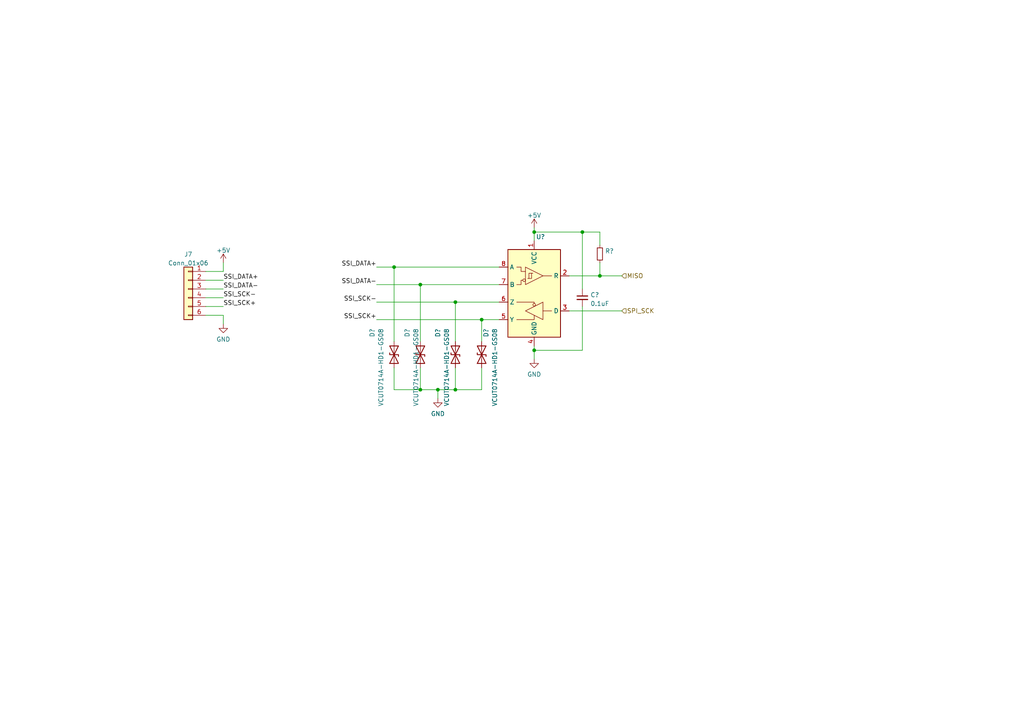
<source format=kicad_sch>
(kicad_sch (version 20211123) (generator eeschema)
  (paper "A4")
  (lib_symbols
    (symbol "Connector_Generic:Conn_01x06" (pin_names (offset 1.016) hide)
      (property "Reference" "J" (at 0 7.62 0))
      (property "Value" "Conn_01x06" (at 0 -10.16 0))
      (symbol "Conn_01x06_1_1"
        (rectangle (start -1.27 -7.493) (end 0 -7.747) (stroke (width 0.1524)))
        (rectangle (start -1.27 -4.953) (end 0 -5.207) (stroke (width 0.1524)))
        (rectangle (start -1.27 -2.413) (end 0 -2.667) (stroke (width 0.1524)))
        (rectangle (start -1.27 0.127) (end 0 -0.127) (stroke (width 0.1524)))
        (rectangle (start -1.27 2.667) (end 0 2.413) (stroke (width 0.1524)))
        (rectangle (start -1.27 5.207) (end 0 4.953) (stroke (width 0.1524)))
        (rectangle (start -1.27 6.35) (end 1.27 -8.89) (stroke (width 0.254)) (fill (type background)))
        (pin passive line (at -5.08 5.08 0) (length 3.81) (name "Pin_1") (number "1"))
        (pin passive line (at -5.08 2.54 0) (length 3.81) (name "Pin_2") (number "2"))
        (pin passive line (at -5.08 0 0) (length 3.81) (name "Pin_3") (number "3"))
        (pin passive line (at -5.08 -2.54 0) (length 3.81) (name "Pin_4") (number "4"))
        (pin passive line (at -5.08 -5.08 0) (length 3.81) (name "Pin_5") (number "5"))
        (pin passive line (at -5.08 -7.62 0) (length 3.81) (name "Pin_6") (number "6"))
      )
    )
    (symbol "Device:C_Small" (pin_numbers hide) (pin_names (offset 0.254) hide)
      (property "Reference" "C" (at 0.254 1.778 0))
      (property "Value" "C_Small" (at 0.254 -2.032 0))
      (symbol "C_Small_0_1"
        (polyline (pts (xy -1.524 -0.508) (xy 1.524 -0.508)) (stroke (width 0.3302)))
        (polyline (pts (xy -1.524 0.508) (xy 1.524 0.508)) (stroke (width 0.3048)))
      )
      (symbol "C_Small_1_1"
        (pin passive line (at 0 2.54 270) (length 2.032) (name "~") (number "1"))
        (pin passive line (at 0 -2.54 90) (length 2.032) (name "~") (number "2"))
      )
    )
    (symbol "Device:D_TVS" (pin_numbers hide) (pin_names (offset 1.016) hide)
      (property "Reference" "D" (at 0 2.54 0))
      (property "Value" "D_TVS" (at 0 -2.54 0))
      (symbol "D_TVS_0_1"
        (polyline (pts (xy 1.27 0) (xy -1.27 0)))
        (polyline (pts (xy 0.508 1.27) (xy 0 1.27) (xy 0 -1.27) (xy -0.508 -1.27)) (stroke (width 0.254)))
        (polyline (pts (xy -2.54 1.27) (xy -2.54 -1.27) (xy 2.54 1.27) (xy 2.54 -1.27) (xy -2.54 1.27)) (stroke (width 0.254)))
      )
      (symbol "D_TVS_1_1"
        (pin passive line (at -3.81 0 0) (length 2.54) (name "A1") (number "1"))
        (pin passive line (at 3.81 0 180) (length 2.54) (name "A2") (number "2"))
      )
    )
    (symbol "Device:R_Small" (pin_numbers hide) (pin_names (offset 0.254) hide)
      (property "Reference" "R" (at 0.762 0.508 0))
      (property "Value" "R_Small" (at 0.762 -1.016 0))
      (symbol "R_Small_0_1"
        (rectangle (start -0.762 1.778) (end 0.762 -1.778) (stroke (width 0.2032)))
      )
      (symbol "R_Small_1_1"
        (pin passive line (at 0 2.54 270) (length 0.762) (name "~") (number "1"))
        (pin passive line (at 0 -2.54 90) (length 0.762) (name "~") (number "2"))
      )
    )
    (symbol "Interface_UART:THVD1451D"
      (property "Reference" "U" (at -7.62 13.97 0))
      (property "Value" "THVD1451D" (at 1.27 13.97 0))
      (symbol "THVD1451D_0_1"
        (rectangle (start -7.62 12.7) (end 7.62 -12.7) (stroke (width 0.254)) (fill (type background)))
        (circle (center 0 -3.302) (radius 0.381))
        (polyline (pts (xy -5.08 -5.08) (xy -2.54 -5.08)))
        (polyline (pts (xy -2.54 5.08) (xy -5.08 5.08)))
        (polyline (pts (xy 1.524 4.318) (xy 1.524 5.842) (xy 0.635 5.842)))
        (polyline (pts (xy 5.08 -7.62) (xy 0 -7.62) (xy 0 -6.35)))
        (polyline (pts (xy 5.08 -2.54) (xy 0 -2.54) (xy 0 -2.921)))
        (polyline (pts (xy -2.54 -2.54) (xy -2.54 -7.62) (xy 2.54 -5.08) (xy -2.54 -2.54)))
        (polyline (pts (xy 2.54 6.35) (xy 3.81 6.35) (xy 3.81 7.62) (xy 5.08 7.62)))
        (polyline (pts (xy 2.54 7.62) (xy 2.54 2.54) (xy -2.54 5.08) (xy 2.54 7.62)))
        (polyline (pts (xy 3.302 3.81) (xy 3.81 3.81) (xy 3.81 2.54) (xy 5.08 2.54)))
        (polyline (pts (xy 1.905 4.318) (xy 0.889 4.318) (xy 0.762 4.318) (xy 0.762 5.842) (xy 0.381 5.842)))
        (circle (center 2.921 3.81) (radius 0.381))
      )
      (symbol "THVD1451D_1_1"
        (pin power_in line (at 0 15.24 270) (length 2.54) (name "VCC") (number "1"))
        (pin output line (at -10.16 5.08 0) (length 2.54) (name "R") (number "2"))
        (pin input line (at -10.16 -5.08 0) (length 2.54) (name "D") (number "3"))
        (pin power_in line (at 0 -15.24 90) (length 2.54) (name "GND") (number "4"))
        (pin output line (at 10.16 -7.62 180) (length 2.54) (name "Y") (number "5"))
        (pin output line (at 10.16 -2.54 180) (length 2.54) (name "Z") (number "6"))
        (pin input line (at 10.16 2.54 180) (length 2.54) (name "B") (number "7"))
        (pin input line (at 10.16 7.62 180) (length 2.54) (name "A") (number "8"))
      )
    )
    (symbol "power:+5V" (power) (pin_names (offset 0))
      (property "Value" "+5V" (at 0 3.556 0))
      (symbol "+5V_0_1"
        (polyline (pts (xy -0.762 1.27) (xy 0 2.54)))
        (polyline (pts (xy 0 0) (xy 0 2.54)))
        (polyline (pts (xy 0 2.54) (xy 0.762 1.27)))
      )
      (symbol "+5V_1_1"
        (pin power_in line (at 0 0 90) (length 0) hide (name "+5V") (number "1"))
      )
    )
    (symbol "power:GND" (power) (pin_names (offset 0))
      (property "Value" "GND" (at 0 -3.81 0))
      (symbol "GND_0_1"
        (polyline (pts (xy 0 0) (xy 0 -1.27) (xy 1.27 -1.27) (xy 0 -2.54) (xy -1.27 -1.27) (xy 0 -1.27)))
      )
      (symbol "GND_1_1"
        (pin power_in line (at 0 0 270) (length 0) hide (name "GND") (number "1"))
      )
    )
  )
  (junction (at 132.08 87.63))
  (junction (at 121.92 113.03))
  (junction (at 139.7 92.71))
  (junction (at 114.3 77.47))
  (junction (at 154.94 101.6))
  (junction (at 121.92 82.55))
  (junction (at 127 113.03))
  (junction (at 154.94 67.31))
  (junction (at 173.99 80.01))
  (junction (at 168.91 67.31))
  (junction (at 132.08 113.03))
  (wire (pts (xy 173.99 80.01) (xy 173.99 76.2)))
  (wire (pts (xy 154.94 100.33) (xy 154.94 101.6)))
  (wire (pts (xy 114.3 106.68) (xy 114.3 113.03)))
  (wire (pts (xy 154.94 66.04) (xy 154.94 67.31)))
  (wire (pts (xy 139.7 92.71) (xy 139.7 99.06)))
  (wire (pts (xy 59.69 88.9) (xy 64.77 88.9)))
  (wire (pts (xy 127 113.03) (xy 127 115.57)))
  (wire (pts (xy 59.69 83.82) (xy 64.77 83.82)))
  (wire (pts (xy 64.77 76.2) (xy 64.77 78.74)))
  (wire (pts (xy 139.7 106.68) (xy 139.7 113.03)))
  (wire (pts (xy 109.22 87.63) (xy 132.08 87.63)))
  (wire (pts (xy 173.99 71.12) (xy 173.99 67.31)))
  (wire (pts (xy 132.08 87.63) (xy 132.08 99.06)))
  (wire (pts (xy 168.91 67.31) (xy 154.94 67.31)))
  (wire (pts (xy 114.3 113.03) (xy 121.92 113.03)))
  (wire (pts (xy 139.7 92.71) (xy 144.78 92.71)))
  (wire (pts (xy 173.99 80.01) (xy 180.34 80.01)))
  (wire (pts (xy 121.92 82.55) (xy 144.78 82.55)))
  (wire (pts (xy 59.69 91.44) (xy 64.77 91.44)))
  (wire (pts (xy 121.92 113.03) (xy 127 113.03)))
  (wire (pts (xy 114.3 77.47) (xy 144.78 77.47)))
  (wire (pts (xy 165.1 80.01) (xy 173.99 80.01)))
  (wire (pts (xy 59.69 81.28) (xy 64.77 81.28)))
  (wire (pts (xy 109.22 77.47) (xy 114.3 77.47)))
  (wire (pts (xy 132.08 87.63) (xy 144.78 87.63)))
  (wire (pts (xy 154.94 67.31) (xy 154.94 69.85)))
  (wire (pts (xy 173.99 67.31) (xy 168.91 67.31)))
  (wire (pts (xy 121.92 82.55) (xy 121.92 99.06)))
  (wire (pts (xy 64.77 93.98) (xy 64.77 91.44)))
  (wire (pts (xy 168.91 88.9) (xy 168.91 101.6)))
  (wire (pts (xy 59.69 86.36) (xy 64.77 86.36)))
  (wire (pts (xy 121.92 106.68) (xy 121.92 113.03)))
  (wire (pts (xy 114.3 77.47) (xy 114.3 99.06)))
  (wire (pts (xy 168.91 101.6) (xy 154.94 101.6)))
  (wire (pts (xy 168.91 83.82) (xy 168.91 67.31)))
  (wire (pts (xy 154.94 101.6) (xy 154.94 104.14)))
  (wire (pts (xy 59.69 78.74) (xy 64.77 78.74)))
  (wire (pts (xy 109.22 82.55) (xy 121.92 82.55)))
  (wire (pts (xy 132.08 113.03) (xy 139.7 113.03)))
  (wire (pts (xy 127 113.03) (xy 132.08 113.03)))
  (wire (pts (xy 132.08 106.68) (xy 132.08 113.03)))
  (wire (pts (xy 109.22 92.71) (xy 139.7 92.71)))
  (wire (pts (xy 180.34 90.17) (xy 165.1 90.17)))
  (label "SSI_DATA+" (at 109.22 77.47 180))
  (label "SSI_DATA+" (at 64.77 81.28 0))
  (label "SSI_SCK+" (at 64.77 88.9 0))
  (label "SSI_DATA-" (at 64.77 83.82 0))
  (label "SSI_SCK+" (at 109.22 92.71 180))
  (label "SSI_SCK-" (at 64.77 86.36 0))
  (label "SSI_SCK-" (at 109.22 87.63 180))
  (label "SSI_DATA-" (at 109.22 82.55 180))
  (hierarchical_label "MISO" (shape input) (at 180.34 80.01 0))
  (hierarchical_label "SPI_SCK" (shape input) (at 180.34 90.17 0))
  (symbol (lib_id "power:GND") (at 64.77 93.98 0) (unit 1)
    (property "Reference" "#PWR059" (effects hide))
    (property "Value" "GND" (at 64.77 98.4234 0))
  )
  (symbol (lib_id "power:+5V") (at 154.94 66.04 0) (unit 1)
    (property "Reference" "#PWR?" (effects hide))
  )
  (symbol (lib_id "power:GND") (at 154.94 104.14 0) (unit 1)
    (property "Reference" "#PWR?" (effects hide))
    (property "Value" "GND" (at 154.94 108.5834 0))
  )
  (symbol (lib_id "Device:D_TVS") (at 132.08 102.87 90) (unit 1)
    (property "Reference" "D?" (at 127 95.25 0) (effects (justify right)))
    (property "Value" "VCUT0714A-HD1-GS08" (at 129.54 95.25 0) (effects (justify right)))
    (property "Footprint" "lib:DIO_VCUT0714A-HD1-GS08" (effects hide))
  )
  (symbol (lib_id "Device:D_TVS") (at 121.92 102.87 90) (unit 1)
    (property "Reference" "D?" (at 118.11 95.25 0) (effects (justify right)))
    (property "Value" "VCUT0714A-HD1-GS08" (at 120.65 95.25 0) (effects (justify right)))
    (property "Footprint" "lib:DIO_VCUT0714A-HD1-GS08" (effects hide))
  )
  (symbol (lib_id "Device:C_Small") (at 168.91 86.36 0) (unit 1)
    (property "Reference" "C?" (at 171.2341 85.5316 0) (effects (justify left)))
    (property "Value" "0.1uF" (at 171.2341 88.0685 0) (effects (justify left)))
    (property "Footprint" "Capacitor_SMD:C_0402_1005Metric_Pad0.74x0.62mm_HandSolder" (effects hide))
  )
  (symbol (lib_id "power:+5V") (at 64.77 76.2 0) (unit 1)
    (property "Reference" "#PWR?" (effects hide))
    (property "Value" "+5V" (at 64.77 72.6242 0))
  )
  (symbol (lib_id "Device:D_TVS") (at 114.3 102.87 90) (unit 1)
    (property "Reference" "D?" (at 107.95 95.25 0) (effects (justify right)))
    (property "Value" "VCUT0714A-HD1-GS08" (at 110.49 95.25 0) (effects (justify right)))
    (property "Footprint" "lib:DIO_VCUT0714A-HD1-GS08" (effects hide))
  )
  (symbol (lib_id "Interface_UART:THVD1451D") (at 154.94 85.09 0) (mirror y) (unit 1)
    (property "Reference" "U?" (at 155.4606 68.6902 0) (effects (justify right)))
    (property "Datasheet" "http://www.ti.com/lit/ds/symlink/thvd1451.pdf" (effects hide))
  )
  (symbol (lib_id "Device:D_TVS") (at 139.7 102.87 90) (unit 1)
    (property "Reference" "D?" (at 140.97 95.25 0) (effects (justify right)))
    (property "Value" "VCUT0714A-HD1-GS08" (at 143.51 95.25 0) (effects (justify right)))
    (property "Footprint" "lib:DIO_VCUT0714A-HD1-GS08" (effects hide))
  )
  (symbol (lib_id "power:GND") (at 127 115.57 0) (unit 1)
    (property "Reference" "#PWR?" (effects hide))
    (property "Value" "GND" (at 127 120.0134 0))
  )
  (symbol (lib_id "Device:R_Small") (at 173.99 73.66 0) (unit 1)
    (property "Reference" "R?" (at 175.4886 72.8253 0) (effects (justify left)))
  )
  (symbol (lib_id "Connector_Generic:Conn_01x06") (at 54.61 83.82 0) (mirror y) (unit 1)
    (property "Reference" "J7" (at 54.61 73.7702 0))
    (property "Value" "Conn_01x06" (at 54.61 76.3071 0))
    (property "Footprint" "Connector_JST:JST_GH_BM06B-GHS-TBT_1x06-1MP_P1.25mm_Vertical" (effects hide))
  )
)
</source>
